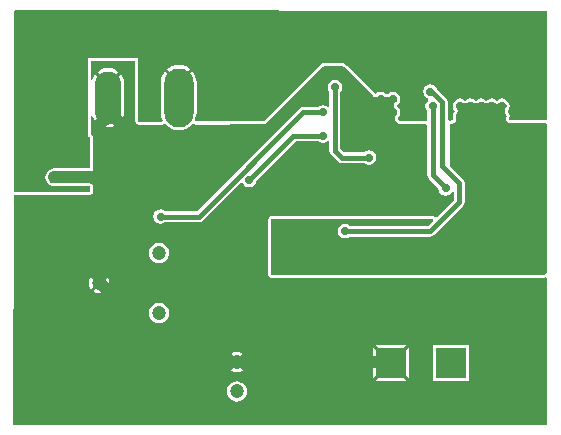
<source format=gbl>
G04*
G04 #@! TF.GenerationSoftware,Altium Limited,Altium Designer,20.0.2 (26)*
G04*
G04 Layer_Physical_Order=2*
G04 Layer_Color=16711680*
%FSLAX44Y44*%
%MOMM*%
G71*
G01*
G75*
%ADD36C,1.0000*%
%ADD38C,0.3950*%
%ADD39C,1.2000*%
%ADD40R,2.5000X2.5000*%
%ADD41O,2.5000X5.0000*%
%ADD42O,2.2500X4.5000*%
%ADD43C,0.7000*%
G36*
X406346Y273250D02*
X407075Y272763D01*
X407238Y272696D01*
X407378Y272589D01*
X408530Y272027D01*
X408852Y271942D01*
X409160Y271814D01*
X409337D01*
X409507Y271770D01*
X409837Y271814D01*
X410171D01*
X410334Y271882D01*
X410508Y271906D01*
X410796Y272074D01*
X411104Y272201D01*
X412674Y273250D01*
X414020Y273518D01*
X415366Y273250D01*
X416507Y272487D01*
X417270Y271346D01*
X417538Y270000D01*
X417270Y268654D01*
X416792Y267939D01*
X416729Y267786D01*
X416628Y267656D01*
X416129Y266655D01*
X416082Y266480D01*
X415991Y266322D01*
X415950Y265997D01*
X415864Y265681D01*
X415887Y265500D01*
X415864Y265319D01*
X415950Y265003D01*
X415991Y264678D01*
X416082Y264520D01*
X416129Y264345D01*
X416628Y263344D01*
X416729Y263214D01*
X416792Y263061D01*
X417270Y262346D01*
X417538Y261000D01*
X417232Y259461D01*
Y259055D01*
X417200Y258649D01*
X417232Y258552D01*
Y258451D01*
X417387Y258075D01*
X417513Y257689D01*
X418224Y256421D01*
X418458Y256148D01*
X418658Y255850D01*
X418783Y255767D01*
X418881Y255653D01*
X419201Y255490D01*
X419501Y255292D01*
X419648Y255263D01*
X419782Y255195D01*
X420140Y255168D01*
X420493Y255099D01*
X451220Y255217D01*
X452120Y254321D01*
Y129540D01*
X449580Y127000D01*
X218440D01*
Y173990D01*
X355050D01*
X355536Y172817D01*
X351153Y168433D01*
X284652D01*
X283027Y169520D01*
X280670Y169988D01*
X278313Y169520D01*
X276315Y168185D01*
X274981Y166187D01*
X274512Y163830D01*
X274981Y161473D01*
X276315Y159475D01*
X278313Y158140D01*
X280670Y157672D01*
X283027Y158140D01*
X284652Y159227D01*
X353060D01*
X353060Y159227D01*
X354822Y159577D01*
X356315Y160575D01*
X380729Y184989D01*
X380729Y184989D01*
X381727Y186483D01*
X382078Y188244D01*
X382078Y188244D01*
Y204509D01*
X382078Y204509D01*
X381727Y206271D01*
X380729Y207764D01*
X369570Y218924D01*
Y254903D01*
X371738Y254911D01*
X372108Y254987D01*
X372484Y255024D01*
X372600Y255086D01*
X372728Y255112D01*
X373042Y255324D01*
X373375Y255502D01*
X373458Y255604D01*
X373566Y255677D01*
X373775Y255992D01*
X374014Y256285D01*
X374499Y257197D01*
X374608Y257559D01*
X374753Y257908D01*
X374825Y258269D01*
X374825Y258774D01*
Y259279D01*
X374482Y261000D01*
X374750Y262346D01*
X375228Y263061D01*
X375291Y263214D01*
X375392Y263344D01*
X375891Y264345D01*
X375938Y264520D01*
X376029Y264678D01*
X376070Y265003D01*
X376156Y265319D01*
X376133Y265500D01*
X376156Y265681D01*
X376070Y265997D01*
X376029Y266322D01*
X375938Y266480D01*
X375891Y266656D01*
X375392Y267656D01*
X375291Y267787D01*
X375228Y267939D01*
X374750Y268654D01*
X374482Y270000D01*
X374750Y271346D01*
X375513Y272488D01*
X376654Y273250D01*
X378000Y273518D01*
X379346Y273250D01*
X380061Y272773D01*
X380214Y272709D01*
X380344Y272608D01*
X381344Y272109D01*
X381520Y272062D01*
X381678Y271971D01*
X382003Y271930D01*
X382319Y271844D01*
X382500Y271867D01*
X382681Y271844D01*
X382997Y271930D01*
X383322Y271971D01*
X383480Y272062D01*
X383656Y272109D01*
X384656Y272608D01*
X384786Y272709D01*
X384939Y272773D01*
X385654Y273250D01*
X387000Y273518D01*
X388346Y273250D01*
X389061Y272773D01*
X389213Y272709D01*
X389344Y272608D01*
X390345Y272109D01*
X390520Y272062D01*
X390678Y271971D01*
X391003Y271930D01*
X391319Y271844D01*
X391500Y271867D01*
X391681Y271844D01*
X391997Y271930D01*
X392322Y271971D01*
X392480Y272062D01*
X392655Y272109D01*
X393656Y272608D01*
X393787Y272709D01*
X393939Y272773D01*
X394654Y273250D01*
X396000Y273518D01*
X397346Y273250D01*
X398061Y272773D01*
X398214Y272709D01*
X398344Y272608D01*
X399344Y272109D01*
X399520Y272062D01*
X399678Y271971D01*
X400003Y271930D01*
X400319Y271844D01*
X400500Y271867D01*
X400681Y271844D01*
X400997Y271930D01*
X401322Y271971D01*
X401480Y272062D01*
X401656Y272109D01*
X402656Y272608D01*
X402786Y272709D01*
X402939Y272773D01*
X403654Y273250D01*
X405000Y273518D01*
X406346Y273250D01*
D02*
G37*
G36*
X452120Y350520D02*
Y257810D01*
X420483Y257689D01*
X419772Y258956D01*
X420178Y261000D01*
X419710Y263357D01*
X418946Y264500D01*
X418447Y265500D01*
X418946Y266500D01*
X419710Y267643D01*
X420178Y270000D01*
X419710Y272357D01*
X418375Y274354D01*
X416377Y275690D01*
X414020Y276158D01*
X411663Y275690D01*
X409665Y274354D01*
X408513Y274917D01*
X407357Y275690D01*
X405000Y276158D01*
X402643Y275690D01*
X401500Y274926D01*
X400500Y274427D01*
X399500Y274926D01*
X398357Y275690D01*
X396000Y276158D01*
X393643Y275690D01*
X392500Y274926D01*
X391500Y274427D01*
X390500Y274926D01*
X389357Y275690D01*
X387000Y276158D01*
X384643Y275690D01*
X383500Y274926D01*
X382500Y274427D01*
X381500Y274926D01*
X380357Y275690D01*
X378000Y276158D01*
X375643Y275690D01*
X373645Y274355D01*
X372310Y272357D01*
X371842Y270000D01*
X372310Y267643D01*
X373074Y266500D01*
X373573Y265500D01*
X373074Y264500D01*
X372310Y263357D01*
X371842Y261000D01*
X372285Y258773D01*
X372213Y258413D01*
X371728Y257501D01*
X368518Y257489D01*
X367618Y258385D01*
Y273320D01*
X367268Y275082D01*
X366270Y276575D01*
X366270Y276575D01*
X358800Y284046D01*
X358750Y284297D01*
X357415Y286295D01*
X355417Y287630D01*
X353060Y288098D01*
X350703Y287630D01*
X348705Y286295D01*
X347370Y284297D01*
X346902Y281940D01*
X347370Y279583D01*
X348705Y277585D01*
X350703Y276250D01*
X351084Y276175D01*
X351352Y274827D01*
X350645Y274355D01*
X349310Y272357D01*
X348842Y270000D01*
X349310Y267643D01*
X350397Y266018D01*
Y257419D01*
X326562Y257328D01*
X326300Y257720D01*
X325327Y258370D01*
Y259897D01*
X325665Y260123D01*
X327000Y262121D01*
X327468Y264478D01*
X327000Y266834D01*
X325665Y268832D01*
X324817Y269399D01*
Y270669D01*
X325664Y271235D01*
X327000Y273233D01*
X327468Y275590D01*
X327000Y277947D01*
X325664Y279945D01*
X323667Y281280D01*
X321310Y281748D01*
X318953Y281280D01*
X316955Y279945D01*
X316742Y279626D01*
X315472D01*
X315260Y279945D01*
X313262Y281280D01*
X310905Y281748D01*
X308548Y281280D01*
X306550Y279945D01*
X306061Y280538D01*
X305878Y280778D01*
X282778Y303878D01*
X281203Y305086D01*
X279368Y305846D01*
X277400Y306105D01*
X264500D01*
X262532Y305846D01*
X260697Y305086D01*
X259123Y303878D01*
X212133Y256888D01*
X154187Y256666D01*
X153532Y257754D01*
X153972Y258577D01*
X154832Y261412D01*
X155123Y264360D01*
Y289360D01*
X154832Y292308D01*
X153972Y295143D01*
X152576Y297756D01*
X151506Y299060D01*
X140908Y288462D01*
X140010Y289360D01*
X139112Y288462D01*
X128514Y299060D01*
X127444Y297756D01*
X126048Y295143D01*
X125188Y292308D01*
X124897Y289360D01*
Y264360D01*
X125188Y261412D01*
X126048Y258577D01*
X126544Y257647D01*
X125893Y256557D01*
X106780Y256483D01*
X105880Y257380D01*
Y310480D01*
X62880D01*
X62880Y243480D01*
X64935D01*
Y216905D01*
X34700D01*
X32732Y216646D01*
X30898Y215886D01*
X29322Y214678D01*
X28114Y213102D01*
X27354Y211268D01*
X27095Y209300D01*
X27354Y207332D01*
X28114Y205497D01*
X29322Y203922D01*
X30898Y202714D01*
X32732Y201954D01*
X34700Y201695D01*
X64935D01*
Y197330D01*
X880D01*
Y229080D01*
Y350102D01*
X1778Y350999D01*
X452120Y350520D01*
D02*
G37*
G36*
X103290Y257380D02*
X103291Y257377D01*
X103290Y257375D01*
X103390Y256880D01*
X103487Y256389D01*
X103489Y256387D01*
X103489Y256384D01*
X103768Y255968D01*
X104049Y255548D01*
X104051Y255547D01*
X104052Y255545D01*
X104952Y254649D01*
X104954Y254647D01*
X104956Y254645D01*
X105375Y254367D01*
X105793Y254089D01*
X105796Y254088D01*
X105798Y254087D01*
X106287Y253992D01*
X106785Y253894D01*
X106787Y253894D01*
X106790Y253894D01*
X125903Y253967D01*
X126212Y254030D01*
X126528Y254046D01*
X126703Y254129D01*
X126894Y254168D01*
X127155Y254344D01*
X127440Y254480D01*
X128420Y254414D01*
X128897Y254193D01*
X129324Y253674D01*
X131614Y251794D01*
X134227Y250398D01*
X137062Y249538D01*
X140010Y249247D01*
X142958Y249538D01*
X145793Y250398D01*
X148406Y251794D01*
X150696Y253674D01*
X151198Y254284D01*
X151676Y254507D01*
X152649Y254583D01*
X152939Y254446D01*
X153206Y254269D01*
X153392Y254233D01*
X153563Y254152D01*
X153883Y254137D01*
X154198Y254076D01*
X212143Y254298D01*
X212632Y254398D01*
X213124Y254496D01*
X213128Y254498D01*
X213133Y254499D01*
X213548Y254779D01*
X213964Y255057D01*
X260834Y301926D01*
X262004Y302824D01*
X263208Y303323D01*
X264670Y303515D01*
X277230D01*
X278692Y303323D01*
X279896Y302824D01*
X281066Y301926D01*
X303926Y279066D01*
X304007Y278961D01*
X304041Y278931D01*
X304063Y278891D01*
X304552Y278298D01*
X304844Y278059D01*
X305112Y277791D01*
X305233Y277741D01*
X305334Y277658D01*
X305696Y277549D01*
X306045Y277405D01*
X306176D01*
X306301Y277367D01*
X306678Y277405D01*
X307056D01*
X307177Y277455D01*
X307307Y277468D01*
X307640Y277647D01*
X307989Y277791D01*
X309559Y278840D01*
X310905Y279108D01*
X312251Y278840D01*
X313501Y278005D01*
X313641Y277795D01*
X313853Y277653D01*
X314034Y277473D01*
X314269Y277375D01*
X314481Y277233D01*
X314732Y277184D01*
X314967Y277086D01*
X315222D01*
X315472Y277036D01*
X316742D01*
X316993Y277086D01*
X317248D01*
X317483Y277184D01*
X317733Y277233D01*
X317946Y277375D01*
X318181Y277473D01*
X318362Y277653D01*
X318574Y277795D01*
X318714Y278005D01*
X319964Y278840D01*
X321310Y279108D01*
X322656Y278840D01*
X323797Y278078D01*
X324560Y276936D01*
X324828Y275590D01*
X324560Y274244D01*
X323797Y273102D01*
X323378Y272822D01*
X323197Y272642D01*
X322985Y272500D01*
X322844Y272288D01*
X322663Y272108D01*
X322566Y271872D01*
X322424Y271660D01*
X322374Y271410D01*
X322276Y271174D01*
Y270919D01*
X322227Y270669D01*
Y269399D01*
X322276Y269149D01*
Y268894D01*
X322374Y268658D01*
X322424Y268408D01*
X322566Y268196D01*
X322663Y267960D01*
X322844Y267780D01*
X322985Y267568D01*
X323197Y267426D01*
X323378Y267246D01*
X323797Y266965D01*
X324560Y265824D01*
X324828Y264478D01*
X324560Y263131D01*
X323737Y261900D01*
X323708Y261870D01*
X323495Y261728D01*
X323354Y261516D01*
X323173Y261336D01*
X323076Y261100D01*
X322934Y260888D01*
X322884Y260638D01*
X322787Y260402D01*
Y260147D01*
X322737Y259897D01*
Y258370D01*
X322787Y258120D01*
Y257864D01*
X322884Y257629D01*
X322934Y257379D01*
X323076Y257167D01*
X323173Y256931D01*
X323354Y256751D01*
X323495Y256539D01*
X323708Y256397D01*
X323888Y256216D01*
X324469Y255828D01*
X324592Y255705D01*
X324737Y255490D01*
X324946Y255351D01*
X325123Y255174D01*
X325363Y255075D01*
X325580Y254931D01*
X325825Y254883D01*
X326056Y254788D01*
X326316D01*
X326571Y254738D01*
X349497Y254826D01*
X350397Y253930D01*
Y211000D01*
X350396Y211000D01*
X350747Y209238D01*
X351745Y207745D01*
X359929Y199561D01*
X360311Y197643D01*
X361645Y195645D01*
X363643Y194310D01*
X366000Y193842D01*
X368357Y194310D01*
X370355Y195645D01*
X370926Y196500D01*
X372643Y196784D01*
X372871Y196610D01*
Y190151D01*
X358462Y175742D01*
X356882Y175821D01*
X356041Y176383D01*
X355050Y176580D01*
X218440D01*
X217449Y176383D01*
X216609Y175821D01*
X216047Y174981D01*
X215850Y173990D01*
Y127000D01*
X216047Y126009D01*
X216609Y125169D01*
X217449Y124607D01*
X218440Y124410D01*
X449580D01*
X450571Y124607D01*
X450730Y124714D01*
X452000Y124035D01*
Y0D01*
X899D01*
X2Y899D01*
X487Y194419D01*
X880Y194740D01*
X64935D01*
X65926Y194937D01*
X66766Y195499D01*
X67328Y196339D01*
X67525Y197330D01*
Y201695D01*
X67328Y202686D01*
X66766Y203526D01*
X65926Y204088D01*
X64935Y204285D01*
X34870D01*
X33408Y204477D01*
X32204Y204976D01*
X31170Y205769D01*
X30376Y206803D01*
X29877Y208008D01*
X29707Y209300D01*
X29877Y210592D01*
X30376Y211796D01*
X31169Y212831D01*
X32204Y213624D01*
X33408Y214123D01*
X34870Y214315D01*
X64935D01*
X65926Y214512D01*
X66766Y215074D01*
X67328Y215914D01*
X67525Y216905D01*
Y243480D01*
X67328Y244471D01*
X66766Y245311D01*
X65926Y245873D01*
X65470Y245963D01*
Y261360D01*
X66740Y261612D01*
X67965Y258655D01*
X69254Y256975D01*
X78949Y266671D01*
X80010Y265610D01*
X81071Y266671D01*
X90766Y256975D01*
X92056Y258655D01*
X93445Y262010D01*
X93919Y265610D01*
Y288110D01*
X93445Y291710D01*
X92056Y295065D01*
X90766Y296745D01*
X81071Y287049D01*
X80010Y288110D01*
X78949Y287049D01*
X69254Y296745D01*
X67965Y295065D01*
X66740Y292108D01*
X65470Y292360D01*
Y307890D01*
X103290D01*
Y257380D01*
D02*
G37*
%LPC*%
G36*
X140010Y304473D02*
X137062Y304182D01*
X134227Y303322D01*
X131614Y301926D01*
X130310Y300856D01*
X140010Y291156D01*
X149710Y300856D01*
X148406Y301926D01*
X145793Y303322D01*
X142958Y304182D01*
X140010Y304473D01*
D02*
G37*
G36*
X80010Y302019D02*
X76410Y301545D01*
X73056Y300156D01*
X71375Y298866D01*
X80010Y290231D01*
X88645Y298866D01*
X86965Y300156D01*
X83610Y301545D01*
X80010Y302019D01*
D02*
G37*
G36*
X272170Y291988D02*
X269813Y291520D01*
X267815Y290185D01*
X266480Y288187D01*
X266012Y285830D01*
X266480Y283473D01*
X267567Y281848D01*
Y269202D01*
X266297Y268860D01*
X264457Y270090D01*
X262100Y270558D01*
X259743Y270090D01*
X258118Y269003D01*
X245565D01*
X245565Y269004D01*
X243803Y268653D01*
X242310Y267655D01*
X155358Y180703D01*
X128582D01*
X126957Y181790D01*
X124600Y182258D01*
X122243Y181790D01*
X120245Y180455D01*
X118911Y178457D01*
X118442Y176100D01*
X118911Y173743D01*
X120245Y171745D01*
X122243Y170410D01*
X124600Y169942D01*
X126957Y170410D01*
X128582Y171497D01*
X157265D01*
X157265Y171497D01*
X159027Y171847D01*
X160520Y172845D01*
X192665Y204990D01*
X194032Y204561D01*
X195245Y202745D01*
X197243Y201410D01*
X199600Y200942D01*
X201957Y201410D01*
X203955Y202745D01*
X205290Y204743D01*
X205671Y206661D01*
X239067Y240057D01*
X258088D01*
X259713Y238971D01*
X262070Y238502D01*
X264427Y238971D01*
X266297Y240220D01*
X267567Y239902D01*
Y231830D01*
X267567Y231830D01*
X267917Y230068D01*
X268915Y228575D01*
X274685Y222805D01*
X274685Y222805D01*
X276178Y221807D01*
X277940Y221457D01*
X297008D01*
X298633Y220371D01*
X300990Y219902D01*
X303347Y220371D01*
X305345Y221705D01*
X306679Y223703D01*
X307148Y226060D01*
X306679Y228417D01*
X305345Y230415D01*
X303347Y231749D01*
X300990Y232218D01*
X298633Y231749D01*
X297008Y230663D01*
X279847D01*
X276773Y233737D01*
Y281848D01*
X277859Y283473D01*
X278328Y285830D01*
X277859Y288187D01*
X276525Y290185D01*
X274527Y291520D01*
X272170Y291988D01*
D02*
G37*
G36*
X80010Y263489D02*
X71375Y254854D01*
X73056Y253564D01*
X76410Y252175D01*
X80010Y251701D01*
X83610Y252175D01*
X86965Y253564D01*
X88645Y254854D01*
X80010Y263489D01*
D02*
G37*
G36*
X123250Y154114D02*
X121021Y153820D01*
X118943Y152960D01*
X117159Y151591D01*
X115790Y149807D01*
X114930Y147729D01*
X114636Y145500D01*
X114930Y143271D01*
X115790Y141193D01*
X117159Y139409D01*
X118943Y138040D01*
X121021Y137180D01*
X123250Y136886D01*
X125479Y137180D01*
X127557Y138040D01*
X129341Y139409D01*
X130710Y141193D01*
X131570Y143271D01*
X131864Y145500D01*
X131570Y147729D01*
X130710Y149807D01*
X129341Y151591D01*
X127557Y152960D01*
X125479Y153820D01*
X123250Y154114D01*
D02*
G37*
G36*
X72750Y128614D02*
X70521Y128320D01*
X68443Y127460D01*
X67860Y127012D01*
X72750Y122121D01*
X77641Y127012D01*
X77057Y127460D01*
X74979Y128320D01*
X72750Y128614D01*
D02*
G37*
G36*
X79762Y124890D02*
X74871Y120000D01*
X79762Y115110D01*
X80210Y115693D01*
X81070Y117771D01*
X81364Y120000D01*
X81070Y122229D01*
X80210Y124307D01*
X79762Y124890D01*
D02*
G37*
G36*
X65738Y124890D02*
X65290Y124307D01*
X64430Y122229D01*
X64136Y120000D01*
X64430Y117771D01*
X65290Y115693D01*
X65738Y115110D01*
X70629Y120000D01*
X65738Y124890D01*
D02*
G37*
G36*
X72750Y117879D02*
X67860Y112988D01*
X68443Y112540D01*
X70521Y111680D01*
X72750Y111386D01*
X74979Y111680D01*
X77057Y112540D01*
X77641Y112988D01*
X72750Y117879D01*
D02*
G37*
G36*
X123250Y103114D02*
X121021Y102820D01*
X118943Y101960D01*
X117159Y100591D01*
X115790Y98807D01*
X114930Y96729D01*
X114636Y94500D01*
X114930Y92271D01*
X115790Y90193D01*
X117159Y88409D01*
X118943Y87040D01*
X121021Y86180D01*
X123250Y85886D01*
X125479Y86180D01*
X127557Y87040D01*
X129341Y88409D01*
X130710Y90193D01*
X131570Y92271D01*
X131864Y94500D01*
X131570Y96729D01*
X130710Y98807D01*
X129341Y100591D01*
X127557Y101960D01*
X125479Y102820D01*
X123250Y103114D01*
D02*
G37*
G36*
X189230Y61754D02*
X187001Y61460D01*
X184923Y60600D01*
X184340Y60152D01*
X189230Y55261D01*
X194121Y60152D01*
X193537Y60600D01*
X191459Y61460D01*
X189230Y61754D01*
D02*
G37*
G36*
X332719Y67440D02*
X306881D01*
X319800Y54521D01*
X332719Y67440D01*
D02*
G37*
G36*
X196242Y58031D02*
X191351Y53140D01*
X196242Y48250D01*
X196690Y48833D01*
X197550Y50911D01*
X197844Y53140D01*
X197550Y55369D01*
X196690Y57447D01*
X196242Y58031D01*
D02*
G37*
G36*
X182218D02*
X181770Y57447D01*
X180910Y55369D01*
X180616Y53140D01*
X180910Y50911D01*
X181770Y48833D01*
X182218Y48250D01*
X187109Y53140D01*
X182218Y58031D01*
D02*
G37*
G36*
X189230Y51019D02*
X184340Y46128D01*
X184923Y45680D01*
X187001Y44820D01*
X189230Y44526D01*
X191459Y44820D01*
X193537Y45680D01*
X194121Y46128D01*
X189230Y51019D01*
D02*
G37*
G36*
X334840Y65319D02*
X321921Y52400D01*
X334840Y39481D01*
Y65319D01*
D02*
G37*
G36*
X304760Y65319D02*
Y39481D01*
X317679Y52400D01*
X304760Y65319D01*
D02*
G37*
G36*
X385640Y67440D02*
X355560D01*
Y37360D01*
X385640D01*
Y67440D01*
D02*
G37*
G36*
X319800Y50279D02*
X306881Y37360D01*
X332719D01*
X319800Y50279D01*
D02*
G37*
G36*
X189230Y36754D02*
X187001Y36460D01*
X184923Y35600D01*
X183139Y34231D01*
X181770Y32447D01*
X180910Y30369D01*
X180616Y28140D01*
X180910Y25911D01*
X181770Y23833D01*
X183139Y22049D01*
X184923Y20680D01*
X187001Y19820D01*
X189230Y19526D01*
X191459Y19820D01*
X193537Y20680D01*
X195321Y22049D01*
X196690Y23833D01*
X197550Y25911D01*
X197844Y28140D01*
X197550Y30369D01*
X196690Y32447D01*
X195321Y34231D01*
X193537Y35600D01*
X191459Y36460D01*
X189230Y36754D01*
D02*
G37*
%LPD*%
D36*
X68840Y209300D02*
X72540Y213000D01*
X34700Y209300D02*
X68840D01*
X317460Y53140D02*
X319500Y51100D01*
X72540Y120650D02*
X140050Y53140D01*
X277400Y298500D02*
X300500Y275400D01*
X264500Y298500D02*
X277400D01*
X207000Y241000D02*
X264500Y298500D01*
X80010Y260875D02*
Y265610D01*
X104620Y241000D02*
X207000D01*
X80010Y265610D02*
Y276860D01*
Y265610D02*
X104620Y241000D01*
X72540Y213000D02*
Y253405D01*
Y120650D02*
Y213000D01*
Y253405D02*
X80010Y260875D01*
X140050Y53140D02*
X189230D01*
X317460D01*
D38*
X157265Y176100D02*
X245565Y264400D01*
X124600Y176100D02*
X157265D01*
X245565Y264400D02*
X262100D01*
X237160Y244660D02*
X262070D01*
X199600Y207100D02*
X237160Y244660D01*
X355000Y211000D02*
Y270000D01*
Y211000D02*
X366000Y200000D01*
X353060Y281940D02*
X354395D01*
X363015Y273320D01*
Y218969D02*
Y273320D01*
Y218969D02*
X377474Y204509D01*
X277940Y226060D02*
X300990D01*
X272170Y231830D02*
X277940Y226060D01*
X272170Y231830D02*
Y285830D01*
X377474Y188244D02*
Y204509D01*
X353060Y163830D02*
X377474Y188244D01*
X280670Y163830D02*
X353060D01*
D39*
X123250Y94500D02*
D03*
Y145500D02*
D03*
X72750Y120000D02*
D03*
X189230Y28140D02*
D03*
Y53140D02*
D03*
D40*
X370600Y52400D02*
D03*
X319800D02*
D03*
D41*
X140010Y276860D02*
D03*
D42*
X80010D02*
D03*
D43*
X265620Y196500D02*
D03*
Y205500D02*
D03*
X256600Y214500D02*
D03*
X247600D02*
D03*
X238600D02*
D03*
X265620Y214500D02*
D03*
Y187500D02*
D03*
X238600Y205500D02*
D03*
X247600D02*
D03*
X256600D02*
D03*
X229600D02*
D03*
X238600Y196500D02*
D03*
X247600D02*
D03*
X256600D02*
D03*
X229600D02*
D03*
X238600Y187500D02*
D03*
X247600D02*
D03*
X256600D02*
D03*
X229600D02*
D03*
Y214500D02*
D03*
X378000Y270000D02*
D03*
X34700Y209300D02*
D03*
X124600Y176100D02*
D03*
X262100Y264400D02*
D03*
X199600Y207100D02*
D03*
X311540Y253365D02*
D03*
X301135Y253175D02*
D03*
X310905Y264478D02*
D03*
X300500Y264287D02*
D03*
X321945Y253365D02*
D03*
X300500Y275400D02*
D03*
X321310Y275590D02*
D03*
X366000Y200000D02*
D03*
X272170Y285830D02*
D03*
X355000Y270000D02*
D03*
X378000Y243000D02*
D03*
X405000D02*
D03*
X396000D02*
D03*
X387000D02*
D03*
X378000Y252000D02*
D03*
X405000D02*
D03*
X396000D02*
D03*
X387000D02*
D03*
X378000Y261000D02*
D03*
X405000D02*
D03*
X396000D02*
D03*
X387000D02*
D03*
X414020Y243000D02*
D03*
Y270000D02*
D03*
X387000Y270000D02*
D03*
X396000D02*
D03*
X405000D02*
D03*
X414020Y261000D02*
D03*
Y252000D02*
D03*
X310905Y275590D02*
D03*
X321310Y264478D02*
D03*
X300990Y226060D02*
D03*
X262070Y244660D02*
D03*
X280670Y163830D02*
D03*
X353060Y281940D02*
D03*
X341630Y223520D02*
D03*
M02*

</source>
